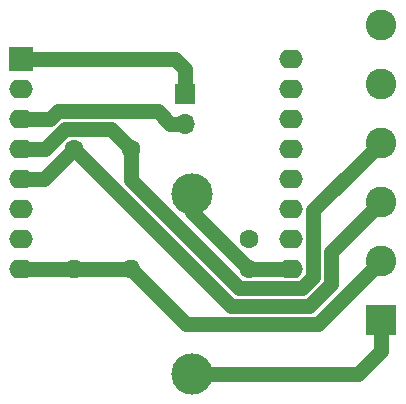
<source format=gbr>
G04 #@! TF.GenerationSoftware,KiCad,Pcbnew,(5.1.2)-2*
G04 #@! TF.CreationDate,2020-12-01T22:27:08-06:00*
G04 #@! TF.ProjectId,TempMonitor10PCB,54656d70-4d6f-46e6-9974-6f7231305043,rev?*
G04 #@! TF.SameCoordinates,Original*
G04 #@! TF.FileFunction,Copper,L1,Top*
G04 #@! TF.FilePolarity,Positive*
%FSLAX46Y46*%
G04 Gerber Fmt 4.6, Leading zero omitted, Abs format (unit mm)*
G04 Created by KiCad (PCBNEW (5.1.2)-2) date 2020-12-01 22:27:08*
%MOMM*%
%LPD*%
G04 APERTURE LIST*
%ADD10O,1.600000X1.600000*%
%ADD11C,1.600000*%
%ADD12C,2.600000*%
%ADD13R,2.600000X2.600000*%
%ADD14C,3.500000*%
%ADD15O,1.700000X1.700000*%
%ADD16R,1.700000X1.700000*%
%ADD17O,2.000000X1.600000*%
%ADD18R,2.000000X2.000000*%
%ADD19C,1.300000*%
G04 APERTURE END LIST*
D10*
X61264800Y-76860400D03*
D11*
X61264800Y-66700400D03*
D12*
X82423000Y-56203800D03*
X82423000Y-61203800D03*
X82423000Y-66203800D03*
X82423000Y-71203800D03*
X82423000Y-76203800D03*
D13*
X82423000Y-81203800D03*
D14*
X66395600Y-70510400D03*
X66395600Y-85750400D03*
D15*
X65811400Y-64617600D03*
D16*
X65811400Y-62077600D03*
D10*
X56464200Y-76860400D03*
D11*
X56464200Y-66700400D03*
D17*
X74853800Y-59080400D03*
X74853800Y-61620400D03*
X74853800Y-64160400D03*
X74853800Y-66700400D03*
X74853800Y-69240400D03*
X74853800Y-71780400D03*
X74853800Y-74320400D03*
X74853800Y-76860400D03*
X51993800Y-76860400D03*
X51993800Y-74320400D03*
X51993800Y-71780400D03*
X51993800Y-69240400D03*
X51993800Y-66700400D03*
X51993800Y-64160400D03*
D18*
X51993800Y-59080400D03*
D17*
X51993800Y-61620400D03*
D11*
X71221600Y-74360400D03*
X71221600Y-76860400D03*
D19*
X71221600Y-76860400D02*
X74853800Y-76860400D01*
X66395600Y-72034400D02*
X71221600Y-76860400D01*
X66395600Y-70510400D02*
X66395600Y-72034400D01*
X64609319Y-64617600D02*
X65811400Y-64617600D01*
X63542107Y-63550388D02*
X64609319Y-64617600D01*
X55050875Y-63550388D02*
X63542107Y-63550388D01*
X54440863Y-64160400D02*
X55050875Y-63550388D01*
X51993800Y-64160400D02*
X54440863Y-64160400D01*
X65811400Y-59927600D02*
X65811400Y-62077600D01*
X64964200Y-59080400D02*
X65811400Y-59927600D01*
X51993800Y-59080400D02*
X64964200Y-59080400D01*
X82423000Y-83803800D02*
X82423000Y-81203800D01*
X80476400Y-85750400D02*
X82423000Y-83803800D01*
X66395600Y-85750400D02*
X80476400Y-85750400D01*
X59614799Y-65050399D02*
X55672199Y-65050399D01*
X54022198Y-66700400D02*
X51993800Y-66700400D01*
X61264800Y-66700400D02*
X59614799Y-65050399D01*
X55672199Y-65050399D02*
X54022198Y-66700400D01*
X76703810Y-71922990D02*
X81123001Y-67503799D01*
X76703810Y-77543856D02*
X76703810Y-71922990D01*
X75736266Y-78511400D02*
X76703810Y-77543856D01*
X81123001Y-67503799D02*
X82423000Y-66203800D01*
X70430598Y-78511400D02*
X75736266Y-78511400D01*
X61264800Y-69345602D02*
X70430598Y-78511400D01*
X61264800Y-66700400D02*
X61264800Y-69345602D01*
X53924200Y-69240400D02*
X51993800Y-69240400D01*
X56464200Y-66700400D02*
X53924200Y-69240400D01*
X76357590Y-80011411D02*
X78203821Y-78165180D01*
X78203821Y-75422979D02*
X81123001Y-72503799D01*
X69775211Y-80011411D02*
X76357590Y-80011411D01*
X56464200Y-66700400D02*
X69775211Y-80011411D01*
X78203821Y-78165180D02*
X78203821Y-75422979D01*
X81123001Y-72503799D02*
X82423000Y-71203800D01*
X51993800Y-76860400D02*
X56464200Y-76860400D01*
X56464200Y-76860400D02*
X61264800Y-76860400D01*
X77115378Y-81511422D02*
X81123001Y-77503799D01*
X65915822Y-81511422D02*
X77115378Y-81511422D01*
X61264800Y-76860400D02*
X65915822Y-81511422D01*
X81123001Y-77503799D02*
X82423000Y-76203800D01*
M02*

</source>
